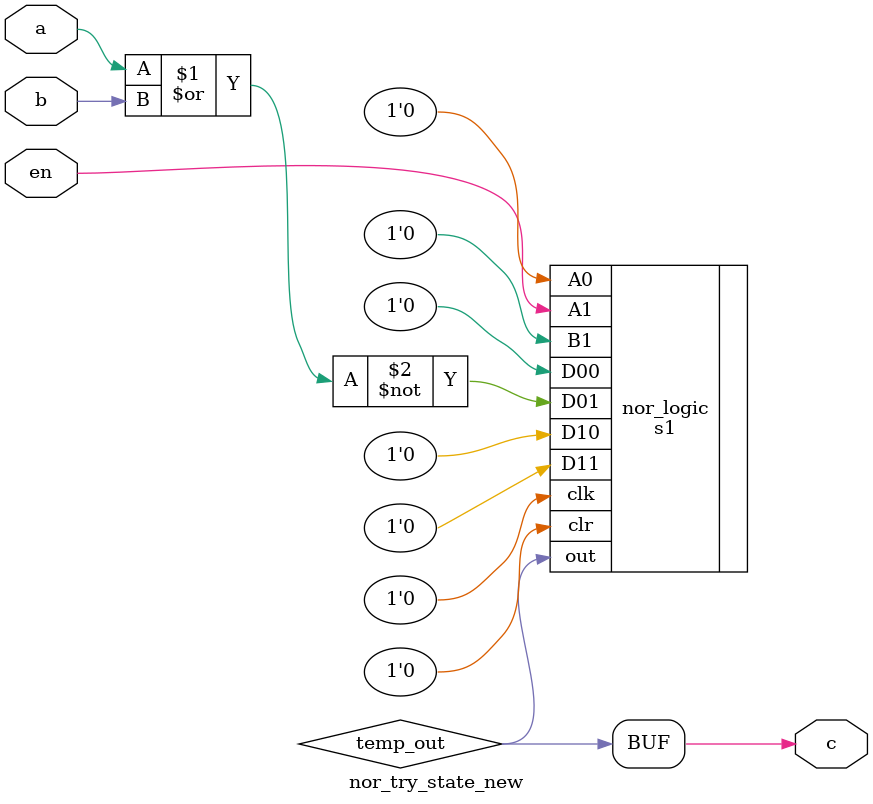
<source format=v>
module nor_try_state_new (
    input en,
    input a,
    input b,
    output c
);
    wire temp_out;

    s1 nor_logic(
        .D00(1'b0),
        .D01(~(a | b)),
        .D10(1'b0),
        .D11(1'b0),
        .A1(en),
        .B1(1'b0),
        .A0(1'b0),
        .clr(1'b0),
        .clk(1'b0),
        .out(temp_out)
    );

    assign c = temp_out;
endmodule
</source>
